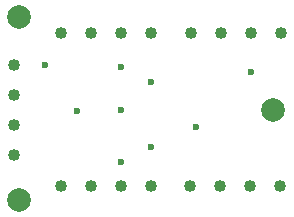
<source format=gbr>
G04 PROTEUS GERBER X2 FILE*
%TF.GenerationSoftware,Labcenter,Proteus,8.12-SP2-Build31155*%
%TF.CreationDate,2022-11-25T14:17:09+00:00*%
%TF.FileFunction,Plated,1,2,PTH*%
%TF.FilePolarity,Positive*%
%TF.Part,Single*%
%TF.SameCoordinates,{346e540b-2083-415b-b033-3a3a66599278}*%
%FSLAX45Y45*%
%MOMM*%
G01*
%TA.AperFunction,ViaDrill*%
%ADD16C,0.600000*%
%TA.AperFunction,ComponentDrill*%
%ADD17C,1.016000*%
%TA.AperFunction,MechanicalDrill*%
%ADD18C,2.000000*%
%TD.AperFunction*%
D16*
X-4892000Y+3560000D03*
X-4892000Y+3998000D03*
X-5266000Y+3990000D03*
X-4892000Y+4364000D03*
X-4260000Y+3860000D03*
X-3794000Y+4326000D03*
X-5540000Y+4380000D03*
X-4638000Y+4239260D03*
X-4638000Y+3690000D03*
D17*
X-5800000Y+4380000D03*
X-5800000Y+4126000D03*
X-5800000Y+3872000D03*
X-5800000Y+3618000D03*
X-5400000Y+3360000D03*
X-5146000Y+3360000D03*
X-4892000Y+3360000D03*
X-4638000Y+3360000D03*
X-4638000Y+4650000D03*
X-4892000Y+4650000D03*
X-5146000Y+4650000D03*
X-5400000Y+4650000D03*
X-3540000Y+4650000D03*
X-3794000Y+4650000D03*
X-4048000Y+4650000D03*
X-4302000Y+4650000D03*
X-4312000Y+3360000D03*
X-4058000Y+3360000D03*
X-3804000Y+3360000D03*
X-3550000Y+3360000D03*
D18*
X-3610000Y+4000000D03*
X-5760000Y+4790000D03*
X-5760000Y+3240000D03*
M02*

</source>
